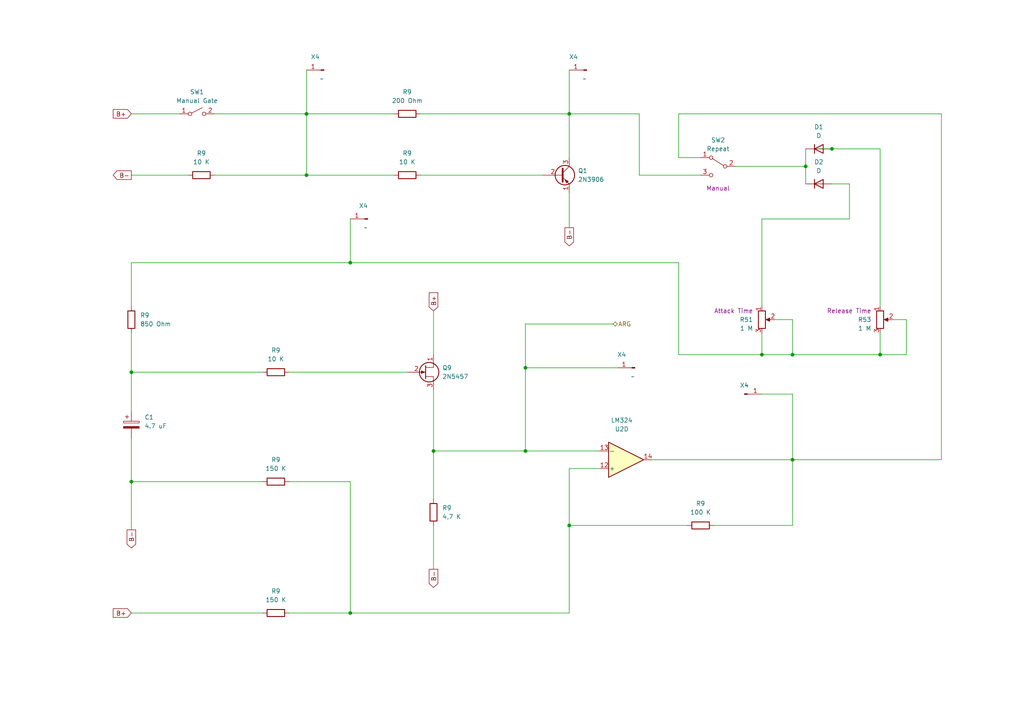
<source format=kicad_sch>
(kicad_sch (version 20230121) (generator eeschema)
  (paper "A4")
  (title_block (title "Attack Release Envelope Generator") (rev "0.5") (company "http://musicfromouterspace.com/analogsynth_new/NOISETOASTER/NOISETOASTER.php") (comment 1 "Licence: CC-BY-NC-SA") (comment 2 "Original Design by Ray Wilson") (comment 3 "Music From Outer Space LLC"))
  (lib_symbols
    (symbol "Amplifier_Operational:LM324" (pin_names (offset 0.127))
      (property "Reference" "U" (at 0 5.08 0))
      (property "Value" "LM324" (at 0 -5.08 0))
      (symbol "LM324_1_1"
        (polyline (pts (xy -5.08 5.08) (xy 5.08 0) (xy -5.08 -5.08) (xy -5.08 5.08)) (stroke (width 0.254)) (fill (type background)))
        (pin output line (at 7.62 0 180) (length 2.54) (name "~") (number "1"))
        (pin input line (at -7.62 -2.54 0) (length 2.54) (name "-") (number "2"))
        (pin input line (at -7.62 2.54 0) (length 2.54) (name "+") (number "3"))
      )
      (symbol "LM324_2_1"
        (polyline (pts (xy -5.08 5.08) (xy 5.08 0) (xy -5.08 -5.08) (xy -5.08 5.08)) (stroke (width 0.254)) (fill (type background)))
        (pin input line (at -7.62 2.54 0) (length 2.54) (name "+") (number "5"))
        (pin input line (at -7.62 -2.54 0) (length 2.54) (name "-") (number "6"))
        (pin output line (at 7.62 0 180) (length 2.54) (name "~") (number "7"))
      )
      (symbol "LM324_3_1"
        (polyline (pts (xy -5.08 5.08) (xy 5.08 0) (xy -5.08 -5.08) (xy -5.08 5.08)) (stroke (width 0.254)) (fill (type background)))
        (pin input line (at -7.62 2.54 0) (length 2.54) (name "+") (number "10"))
        (pin output line (at 7.62 0 180) (length 2.54) (name "~") (number "8"))
        (pin input line (at -7.62 -2.54 0) (length 2.54) (name "-") (number "9"))
      )
      (symbol "LM324_4_1"
        (polyline (pts (xy -5.08 5.08) (xy 5.08 0) (xy -5.08 -5.08) (xy -5.08 5.08)) (stroke (width 0.254)) (fill (type background)))
        (pin input line (at -7.62 2.54 0) (length 2.54) (name "+") (number "12"))
        (pin input line (at -7.62 -2.54 0) (length 2.54) (name "-") (number "13"))
        (pin output line (at 7.62 0 180) (length 2.54) (name "~") (number "14"))
      )
      (symbol "LM324_5_1"
        (pin power_in line (at -2.54 -7.62 90) (length 3.81) (name "V-") (number "11"))
        (pin power_in line (at -2.54 7.62 270) (length 3.81) (name "V+") (number "4"))
      )
    )
    (symbol "Connector:Conn_01x01_Pin" (pin_names (offset 1.016) hide)
      (property "Reference" "J" (at 0 2.54 0))
      (property "Value" "Conn_01x01_Pin" (at 0 -2.54 0))
      (symbol "Conn_01x01_Pin_1_1"
        (polyline (pts (xy 1.27 0) (xy 0.8636 0)) (stroke (width 0.1524)))
        (rectangle (start 0.8636 0.127) (end 0 -0.127) (stroke (width 0.1524)) (fill (type outline)))
        (pin passive line (at 5.08 0 180) (length 3.81) (name "Pin_1") (number "1"))
      )
    )
    (symbol "Device:C_Polarized" (pin_numbers hide) (pin_names (offset 0.254))
      (property "Reference" "C" (at 0.635 2.54 0))
      (property "Value" "C_Polarized" (at 0.635 -2.54 0))
      (symbol "C_Polarized_0_1"
        (rectangle (start -2.286 0.508) (end 2.286 1.016))
        (polyline (pts (xy -1.778 2.286) (xy -0.762 2.286)))
        (polyline (pts (xy -1.27 2.794) (xy -1.27 1.778)))
        (rectangle (start 2.286 -0.508) (end -2.286 -1.016) (fill (type outline)))
      )
      (symbol "C_Polarized_1_1"
        (pin passive line (at 0 3.81 270) (length 2.794) (name "~") (number "1"))
        (pin passive line (at 0 -3.81 90) (length 2.794) (name "~") (number "2"))
      )
    )
    (symbol "Device:D" (pin_numbers hide) (pin_names (offset 1.016) hide)
      (property "Reference" "D" (at 0 2.54 0))
      (property "Value" "D" (at 0 -2.54 0))
      (symbol "D_0_1"
        (polyline (pts (xy -1.27 1.27) (xy -1.27 -1.27)) (stroke (width 0.254)))
        (polyline (pts (xy 1.27 0) (xy -1.27 0)))
        (polyline (pts (xy 1.27 1.27) (xy 1.27 -1.27) (xy -1.27 0) (xy 1.27 1.27)) (stroke (width 0.254)))
      )
      (symbol "D_1_1"
        (pin passive line (at -3.81 0 0) (length 2.54) (name "K") (number "1"))
        (pin passive line (at 3.81 0 180) (length 2.54) (name "A") (number "2"))
      )
    )
    (symbol "Device:Q_NJFET_DGS" (pin_names (offset 0) hide)
      (property "Reference" "Q" (at 5.08 1.27 0))
      (property "Value" "Q_NJFET_DGS" (at 5.08 -1.27 0))
      (symbol "Q_NJFET_DGS_0_1"
        (polyline (pts (xy 0.254 1.905) (xy 0.254 -1.905) (xy 0.254 -1.905)) (stroke (width 0.254)))
        (polyline (pts (xy 2.54 -2.54) (xy 2.54 -1.27) (xy 0.254 -1.27)))
        (polyline (pts (xy 2.54 2.54) (xy 2.54 1.397) (xy 0.254 1.397)))
        (polyline (pts (xy 0 0) (xy -1.016 0.381) (xy -1.016 -0.381) (xy 0 0)) (fill (type outline)))
        (circle (center 1.27 0) (radius 2.8194) (stroke (width 0.254)))
      )
      (symbol "Q_NJFET_DGS_1_1"
        (pin passive line (at 2.54 5.08 270) (length 2.54) (name "D") (number "1"))
        (pin input line (at -5.08 0 0) (length 5.334) (name "G") (number "2"))
        (pin passive line (at 2.54 -5.08 90) (length 2.54) (name "S") (number "3"))
      )
    )
    (symbol "Device:R" (pin_numbers hide) (pin_names (offset 0))
      (property "Reference" "R" (at 2.032 0 90))
      (property "Value" "R" (at 0 0 90))
      (symbol "R_0_1"
        (rectangle (start -1.016 -2.54) (end 1.016 2.54) (stroke (width 0.254)))
      )
      (symbol "R_1_1"
        (pin passive line (at 0 3.81 270) (length 1.27) (name "~") (number "1"))
        (pin passive line (at 0 -3.81 90) (length 1.27) (name "~") (number "2"))
      )
    )
    (symbol "Device:R_Potentiometer" (pin_names (offset 1.016) hide)
      (property "Reference" "RV" (at -4.445 0 90))
      (property "Value" "R_Potentiometer" (at -2.54 0 90))
      (symbol "R_Potentiometer_0_1"
        (polyline (pts (xy 2.54 0) (xy 1.524 0)))
        (polyline (pts (xy 1.143 0) (xy 2.286 0.508) (xy 2.286 -0.508) (xy 1.143 0)) (fill (type outline)))
        (rectangle (start 1.016 2.54) (end -1.016 -2.54) (stroke (width 0.254)))
      )
      (symbol "R_Potentiometer_1_1"
        (pin passive line (at 0 3.81 270) (length 1.27) (name "1") (number "1"))
        (pin passive line (at 3.81 0 180) (length 1.27) (name "2") (number "2"))
        (pin passive line (at 0 -3.81 90) (length 1.27) (name "3") (number "3"))
      )
    )
    (symbol "Switch:SW_SPDT" (pin_names (offset 0) hide)
      (property "Reference" "SW" (at 0 4.318 0))
      (property "Value" "SW_SPDT" (at 0 -5.08 0))
      (symbol "SW_SPDT_0_0"
        (circle (center -2.032 0) (radius 0.508))
        (circle (center 2.032 -2.54) (radius 0.508))
      )
      (symbol "SW_SPDT_0_1"
        (polyline (pts (xy -1.524 0.254) (xy 1.651 2.286)))
        (circle (center 2.032 2.54) (radius 0.508))
      )
      (symbol "SW_SPDT_1_1"
        (pin passive line (at 5.08 2.54 180) (length 2.54) (name "A") (number "1"))
        (pin passive line (at -5.08 0 0) (length 2.54) (name "B") (number "2"))
        (pin passive line (at 5.08 -2.54 180) (length 2.54) (name "C") (number "3"))
      )
    )
    (symbol "Switch:SW_SPST" (pin_names (offset 0) hide)
      (property "Reference" "SW" (at 0 3.175 0))
      (property "Value" "SW_SPST" (at 0 -2.54 0))
      (symbol "SW_SPST_0_0"
        (circle (center -2.032 0) (radius 0.508))
        (polyline (pts (xy -1.524 0.254) (xy 1.524 1.778)))
        (circle (center 2.032 0) (radius 0.508))
      )
      (symbol "SW_SPST_1_1"
        (pin passive line (at -5.08 0 0) (length 2.54) (name "A") (number "1"))
        (pin passive line (at 5.08 0 180) (length 2.54) (name "B") (number "2"))
      )
    )
    (symbol "Transistor_BJT:2N3906" (pin_names (offset 0) hide)
      (property "Reference" "Q" (at 5.08 1.905 0))
      (property "Value" "2N3906" (at 5.08 0 0))
      (symbol "2N3906_0_1"
        (polyline (pts (xy 0.635 0.635) (xy 2.54 2.54)))
        (polyline (pts (xy 0.635 -0.635) (xy 2.54 -2.54) (xy 2.54 -2.54)))
        (polyline (pts (xy 0.635 1.905) (xy 0.635 -1.905) (xy 0.635 -1.905)) (stroke (width 0.508)))
        (polyline (pts (xy 2.286 -1.778) (xy 1.778 -2.286) (xy 1.27 -1.27) (xy 2.286 -1.778) (xy 2.286 -1.778)) (fill (type outline)))
        (circle (center 1.27 0) (radius 2.8194) (stroke (width 0.254)))
      )
      (symbol "2N3906_1_1"
        (pin passive line (at 2.54 -5.08 90) (length 2.54) (name "E") (number "1"))
        (pin input line (at -5.08 0 0) (length 5.715) (name "B") (number "2"))
        (pin passive line (at 2.54 5.08 270) (length 2.54) (name "C") (number "3"))
      )
    )
  )
  (junction (at 233.68 48.26))
  (junction (at 88.9 50.8))
  (junction (at 229.87 102.87))
  (junction (at 101.6 76.2))
  (junction (at 125.73 130.81))
  (junction (at 101.6 177.8))
  (junction (at 220.98 102.87))
  (junction (at 152.4 130.81))
  (junction (at 241.3 43.18))
  (junction (at 38.1 107.95))
  (junction (at 88.9 33.02))
  (junction (at 255.27 102.87))
  (junction (at 152.4 106.68))
  (junction (at 38.1 139.7))
  (junction (at 165.1 33.02))
  (junction (at 165.1 152.4))
  (junction (at 229.87 133.35))
  (wire (pts (xy 237.49 43.18) (xy 241.3 43.18)))
  (wire (pts (xy 101.6 139.7) (xy 83.82 139.7)))
  (wire (pts (xy 125.73 152.4) (xy 125.73 165.1)))
  (wire (pts (xy 38.1 88.9) (xy 38.1 76.2)))
  (wire (pts (xy 185.42 33.02) (xy 165.1 33.02)))
  (wire (pts (xy 229.87 133.35) (xy 229.87 152.4)))
  (wire (pts (xy 101.6 63.5) (xy 101.6 76.2)))
  (wire (pts (xy 220.98 114.3) (xy 229.87 114.3)))
  (wire (pts (xy 233.68 43.18) (xy 233.68 48.26)))
  (wire (pts (xy 207.01 152.4) (xy 229.87 152.4)))
  (wire (pts (xy 38.1 107.95) (xy 76.2 107.95)))
  (wire (pts (xy 229.87 92.71) (xy 229.87 102.87)))
  (wire (pts (xy 83.82 177.8) (xy 101.6 177.8)))
  (wire (pts (xy 246.38 63.5) (xy 220.98 63.5)))
  (wire (pts (xy 220.98 102.87) (xy 196.85 102.87)))
  (wire (pts (xy 179.07 106.68) (xy 152.4 106.68)))
  (wire (pts (xy 125.73 90.17) (xy 125.73 102.87)))
  (wire (pts (xy 165.1 33.02) (xy 165.1 20.32)))
  (wire (pts (xy 220.98 63.5) (xy 220.98 88.9)))
  (wire (pts (xy 196.85 33.02) (xy 273.05 33.02)))
  (wire (pts (xy 185.42 33.02) (xy 185.42 50.8)))
  (wire (pts (xy 38.1 50.8) (xy 54.61 50.8)))
  (wire (pts (xy 88.9 20.32) (xy 88.9 33.02)))
  (wire (pts (xy 196.85 76.2) (xy 101.6 76.2)))
  (wire (pts (xy 38.1 107.95) (xy 38.1 119.38)))
  (wire (pts (xy 62.23 50.8) (xy 88.9 50.8)))
  (wire (pts (xy 165.1 177.8) (xy 101.6 177.8)))
  (wire (pts (xy 213.36 48.26) (xy 233.68 48.26)))
  (wire (pts (xy 229.87 102.87) (xy 255.27 102.87)))
  (wire (pts (xy 152.4 93.98) (xy 152.4 106.68)))
  (wire (pts (xy 177.8 93.98) (xy 152.4 93.98)))
  (wire (pts (xy 88.9 50.8) (xy 114.3 50.8)))
  (wire (pts (xy 38.1 33.02) (xy 52.07 33.02)))
  (wire (pts (xy 189.23 133.35) (xy 229.87 133.35)))
  (wire (pts (xy 229.87 114.3) (xy 229.87 133.35)))
  (wire (pts (xy 38.1 139.7) (xy 76.2 139.7)))
  (wire (pts (xy 255.27 43.18) (xy 255.27 88.9)))
  (wire (pts (xy 165.1 152.4) (xy 199.39 152.4)))
  (wire (pts (xy 152.4 130.81) (xy 173.99 130.81)))
  (wire (pts (xy 262.89 102.87) (xy 255.27 102.87)))
  (wire (pts (xy 121.92 33.02) (xy 165.1 33.02)))
  (wire (pts (xy 220.98 102.87) (xy 229.87 102.87)))
  (wire (pts (xy 165.1 135.89) (xy 173.99 135.89)))
  (wire (pts (xy 62.23 33.02) (xy 88.9 33.02)))
  (wire (pts (xy 233.68 48.26) (xy 233.68 53.34)))
  (wire (pts (xy 246.38 53.34) (xy 246.38 63.5)))
  (wire (pts (xy 224.79 92.71) (xy 229.87 92.71)))
  (wire (pts (xy 241.3 43.18) (xy 255.27 43.18)))
  (wire (pts (xy 259.08 92.71) (xy 262.89 92.71)))
  (wire (pts (xy 38.1 177.8) (xy 76.2 177.8)))
  (wire (pts (xy 220.98 96.52) (xy 220.98 102.87)))
  (wire (pts (xy 273.05 133.35) (xy 229.87 133.35)))
  (wire (pts (xy 121.92 50.8) (xy 157.48 50.8)))
  (wire (pts (xy 165.1 33.02) (xy 165.1 45.72)))
  (wire (pts (xy 125.73 130.81) (xy 125.73 144.78)))
  (wire (pts (xy 196.85 102.87) (xy 196.85 76.2)))
  (wire (pts (xy 255.27 96.52) (xy 255.27 102.87)))
  (wire (pts (xy 88.9 33.02) (xy 88.9 50.8)))
  (wire (pts (xy 152.4 130.81) (xy 125.73 130.81)))
  (wire (pts (xy 165.1 152.4) (xy 165.1 177.8)))
  (wire (pts (xy 101.6 177.8) (xy 101.6 139.7)))
  (wire (pts (xy 165.1 55.88) (xy 165.1 66.04)))
  (wire (pts (xy 241.3 53.34) (xy 246.38 53.34)))
  (wire (pts (xy 38.1 139.7) (xy 38.1 153.67)))
  (wire (pts (xy 38.1 76.2) (xy 101.6 76.2)))
  (wire (pts (xy 38.1 96.52) (xy 38.1 107.95)))
  (wire (pts (xy 196.85 45.72) (xy 196.85 33.02)))
  (wire (pts (xy 262.89 92.71) (xy 262.89 102.87)))
  (wire (pts (xy 125.73 113.03) (xy 125.73 130.81)))
  (wire (pts (xy 83.82 107.95) (xy 118.11 107.95)))
  (wire (pts (xy 38.1 127) (xy 38.1 139.7)))
  (wire (pts (xy 88.9 33.02) (xy 114.3 33.02)))
  (wire (pts (xy 203.2 45.72) (xy 196.85 45.72)))
  (wire (pts (xy 152.4 106.68) (xy 152.4 130.81)))
  (wire (pts (xy 185.42 50.8) (xy 203.2 50.8)))
  (wire (pts (xy 165.1 135.89) (xy 165.1 152.4)))
  (wire (pts (xy 273.05 33.02) (xy 273.05 133.35)))
  (global_label "B+" (shape input) (at 38.1 33.02 180) (property "Intersheetrefs" "${INTERSHEET_REFS}" (effects hide)))
  (global_label "B-" (shape output) (at 38.1 50.8 180) (property "Intersheetrefs" "${INTERSHEET_REFS}" (effects hide)))
  (global_label "B-" (shape output) (at 165.1 66.04 270) (property "Intersheetrefs" "${INTERSHEET_REFS}" (effects hide)))
  (global_label "B-" (shape output) (at 125.73 165.1 270) (property "Intersheetrefs" "${INTERSHEET_REFS}" (effects hide)))
  (global_label "B+" (shape input) (at 125.73 90.17 90) (property "Intersheetrefs" "${INTERSHEET_REFS}" (effects hide)))
  (global_label "B-" (shape output) (at 38.1 153.67 270) (property "Intersheetrefs" "${INTERSHEET_REFS}" (effects hide)))
  (global_label "B+" (shape input) (at 38.1 177.8 180) (property "Intersheetrefs" "${INTERSHEET_REFS}" (effects hide)))
  (hierarchical_label "ARG" (shape bidirectional) (at 177.8 93.98 0))
  (symbol (lib_id "Device:D") (at 237.49 53.34 0) (unit 1)
    (property "Reference" "D2" (at 237.49 46.99 0))
    (property "Value" "D" (at 237.49 49.53 0))
    (property "Sim.Device" "D" (effects hide))
    (property "Sim.Pins" "1=K 2=A" (effects hide))
  )
  (symbol (lib_id "Device:D") (at 237.49 43.18 0) (unit 1)
    (property "Reference" "D1" (at 237.49 36.83 0))
    (property "Value" "D" (at 237.49 39.37 0))
    (property "Sim.Device" "D" (effects hide))
    (property "Sim.Pins" "1=K 2=A" (effects hide))
    (instances (project "Noise Toaster PCB" (path "" (reference "D1") (unit 1)) (path "" (reference "D3") (unit 1))))
  )
  (symbol (lib_id "Connector:Conn_01x01_Pin") (at 93.98 20.32 180) (unit 1)
    (property "Reference" "X4" (at 91.44 16.51 0))
    (property "Value" "~" (at 93.345 22.86 0))
    (instances (project "Noise Toaster PCB" (path "" (reference "X4") (unit 1)) (path "" (reference "X21") (unit 1)) (path "" (reference "X21") (unit 1))))
  )
  (symbol (lib_id "Amplifier_Operational:LM324") (at 181.61 133.35 0) (mirror x) (unit 4)
    (property "Reference" "U2" (at 180.34 124.46 0))
    (property "Value" "LM324" (at 180.34 121.92 0))
    (property "Datasheet" "http://www.ti.com/lit/ds/symlink/lm2902-n.pdf" (effects hide))
  )
  (symbol (lib_id "Device:C_Polarized") (at 38.1 123.19 0) (unit 1)
    (property "Reference" "C1" (at 41.91 121.031 0) (effects (justify left)))
    (property "Value" "4.7 uF" (at 41.91 123.571 0) (effects (justify left)))
    (instances (project "Noise Toaster PCB" (path "" (reference "C1") (unit 1)) (path "" (reference "C18") (unit 1))))
  )
  (symbol (lib_id "Switch:SW_SPST") (at 57.15 33.02 0) (unit 1)
    (property "Reference" "SW1" (at 57.15 26.67 0))
    (property "Value" "Manual Gate" (at 57.15 29.21 0))
    (instances (project "Noise Toaster PCB" (path "" (reference "SW1") (unit 1)) (path "" (reference "S10") (unit 1))))
  )
  (symbol (lib_id "Device:Q_NJFET_DGS") (at 123.19 107.95 0) (unit 1)
    (property "Reference" "Q9" (at 128.27 106.68 0) (effects (justify left)))
    (property "Value" "2N5457" (at 128.27 109.22 0) (effects (justify left)))
  )
  (symbol (lib_id "Connector:Conn_01x01_Pin") (at 170.18 20.32 180) (unit 1)
    (property "Reference" "X4" (at 166.37 16.51 0))
    (property "Value" "~" (at 169.545 22.86 0))
    (instances (project "Noise Toaster PCB" (path "" (reference "X4") (unit 1)) (path "" (reference "X22") (unit 1)) (path "" (reference "X22") (unit 1))))
  )
  (symbol (lib_id "Device:R") (at 58.42 50.8 90) (unit 1)
    (property "Reference" "R9" (at 58.42 44.45 90))
    (property "Value" "10 K" (at 58.42 46.99 90))
    (instances (project "Noise Toaster PCB" (path "" (reference "R9") (unit 1)) (path "" (reference "R61") (unit 1)) (path "" (reference "R61") (unit 1))))
  )
  (symbol (lib_id "Device:R_Potentiometer") (at 220.98 92.71 0) (unit 1)
    (property "Reference" "R51" (at 218.44 92.71 0) (effects (justify right)))
    (property "Value" "1 M" (at 218.44 95.25 0) (effects (justify right)))
    (property "Beschreibung" "Attack Time" (at 218.44 90.17 0) (effects (justify right)))
  )
  (symbol (lib_id "Device:R") (at 38.1 92.71 180) (unit 1)
    (property "Reference" "R9" (at 40.64 91.44 0) (effects (justify right)))
    (property "Value" "850 Ohm" (at 40.64 93.98 0) (effects (justify right)))
    (instances (project "Noise Toaster PCB" (path "" (reference "R9") (unit 1)) (path "" (reference "R50") (unit 1)) (path "" (reference "R50") (unit 1))))
  )
  (symbol (lib_id "Connector:Conn_01x01_Pin") (at 215.9 114.3 0) (unit 1)
    (property "Reference" "X4" (at 215.9 111.76 0))
    (property "Value" "~" (at 216.535 111.76 0))
    (instances (project "Noise Toaster PCB" (path "" (reference "X4") (unit 1)) (path "" (reference "X19") (unit 1)) (path "" (reference "X19") (unit 1))))
  )
  (symbol (lib_id "Device:R") (at 80.01 139.7 90) (unit 1)
    (property "Reference" "R9" (at 80.01 133.35 90))
    (property "Value" "150 K" (at 80.01 135.89 90))
    (instances (project "Noise Toaster PCB" (path "" (reference "R9") (unit 1)) (path "" (reference "R64") (unit 1)) (path "" (reference "R64") (unit 1))))
  )
  (symbol (lib_id "Transistor_BJT:2N3906") (at 162.56 50.8 0) (unit 1)
    (property "Reference" "Q1" (at 167.64 49.53 0) (effects (justify left)))
    (property "Value" "2N3906" (at 167.64 52.07 0) (effects (justify left)))
    (property "Footprint" "Package_TO_SOT_THT:TO-92_Inline" (effects hide))
    (property "Datasheet" "https://www.onsemi.com/pub/Collateral/2N3906-D.PDF" (effects hide))
    (instances (project "Noise Toaster PCB" (path "" (reference "Q1") (unit 1)) (path "" (reference "Q10") (unit 1))))
  )
  (symbol (lib_id "Device:R_Potentiometer") (at 255.27 92.71 0) (unit 1)
    (property "Reference" "R53" (at 252.73 92.71 0) (effects (justify right)))
    (property "Value" "1 M" (at 252.73 95.25 0) (effects (justify right)))
    (property "Beschreibung" "Release Time" (at 252.73 90.17 0) (effects (justify right)))
  )
  (symbol (lib_id "Device:R") (at 125.73 148.59 180) (unit 1)
    (property "Reference" "R9" (at 128.27 147.32 0) (effects (justify right)))
    (property "Value" "4,7 K" (at 128.27 149.86 0) (effects (justify right)))
    (instances (project "Noise Toaster PCB" (path "" (reference "R9") (unit 1)) (path "" (reference "R54") (unit 1)) (path "" (reference "R54") (unit 1))))
  )
  (symbol (lib_id "Connector:Conn_01x01_Pin") (at 184.15 106.68 180) (unit 1)
    (property "Reference" "X4" (at 180.34 102.87 0))
    (property "Value" "~" (at 183.515 109.22 0))
    (instances (project "Noise Toaster PCB" (path "" (reference "X4") (unit 1)) (path "" (reference "X18") (unit 1)) (path "" (reference "X18") (unit 1))))
  )
  (symbol (lib_id "Device:R") (at 80.01 107.95 90) (unit 1)
    (property "Reference" "R9" (at 80.01 101.6 90))
    (property "Value" "10 K" (at 80.01 104.14 90))
    (instances (project "Noise Toaster PCB" (path "" (reference "R9") (unit 1)) (path "" (reference "R52") (unit 1)) (path "" (reference "R52") (unit 1))))
  )
  (symbol (lib_id "Connector:Conn_01x01_Pin") (at 106.68 63.5 180) (unit 1)
    (property "Reference" "X4" (at 105.41 59.69 0))
    (property "Value" "~" (at 106.045 66.04 0))
    (instances (project "Noise Toaster PCB" (path "" (reference "X4") (unit 1)) (path "" (reference "X17") (unit 1)) (path "" (reference "X17") (unit 1))))
  )
  (symbol (lib_id "Device:R") (at 118.11 50.8 90) (unit 1)
    (property "Reference" "R9" (at 118.11 44.45 90))
    (property "Value" "10 K" (at 118.11 46.99 90))
    (instances (project "Noise Toaster PCB" (path "" (reference "R9") (unit 1)) (path "" (reference "R62") (unit 1)) (path "" (reference "R62") (unit 1))))
  )
  (symbol (lib_id "Device:R") (at 203.2 152.4 90) (unit 1)
    (property "Reference" "R9" (at 203.2 146.05 90))
    (property "Value" "100 K" (at 203.2 148.59 90))
    (instances (project "Noise Toaster PCB" (path "" (reference "R9") (unit 1)) (path "" (reference "R58") (unit 1)) (path "" (reference "R58") (unit 1))))
  )
  (symbol (lib_id "Switch:SW_SPDT") (at 208.28 48.26 0) (mirror y) (unit 1)
    (property "Reference" "SW2" (at 208.28 40.64 0))
    (property "Value" "Repeat" (at 208.28 43.18 0))
    (property "Wert 2" "Manual" (at 208.28 54.61 0))
    (instances (project "Noise Toaster PCB" (path "" (reference "SW2") (unit 1)) (path "" (reference "S8") (unit 1))))
  )
  (symbol (lib_id "Device:R") (at 118.11 33.02 90) (unit 1)
    (property "Reference" "R9" (at 118.11 26.67 90))
    (property "Value" "200 Ohm" (at 118.11 29.21 90))
    (instances (project "Noise Toaster PCB" (path "" (reference "R9") (unit 1)) (path "" (reference "R57") (unit 1)) (path "" (reference "R57") (unit 1))))
  )
  (symbol (lib_id "Device:R") (at 80.01 177.8 90) (unit 1)
    (property "Reference" "R9" (at 80.01 171.45 90))
    (property "Value" "150 K" (at 80.01 173.99 90))
    (instances (project "Noise Toaster PCB" (path "" (reference "R9") (unit 1)) (path "" (reference "R63") (unit 1)) (path "" (reference "R63") (unit 1))))
  )
)
</source>
